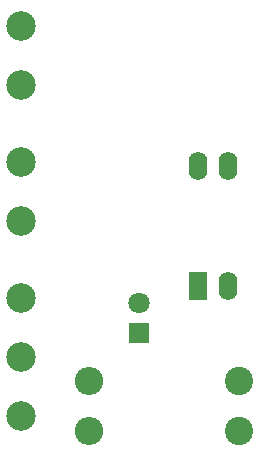
<source format=gbr>
G04 #@! TF.GenerationSoftware,KiCad,Pcbnew,(5.0.1)-3*
G04 #@! TF.CreationDate,2019-02-16T21:55:45-05:00*
G04 #@! TF.ProjectId,Zprobe Adaptor,5A70726F62652041646170746F722E6B,rev?*
G04 #@! TF.SameCoordinates,Original*
G04 #@! TF.FileFunction,Copper,L1,Top,Signal*
G04 #@! TF.FilePolarity,Positive*
%FSLAX46Y46*%
G04 Gerber Fmt 4.6, Leading zero omitted, Abs format (unit mm)*
G04 Created by KiCad (PCBNEW (5.0.1)-3) date 2/16/2019 9:55:45 PM*
%MOMM*%
%LPD*%
G01*
G04 APERTURE LIST*
G04 #@! TA.AperFunction,ComponentPad*
%ADD10C,2.400000*%
G04 #@! TD*
G04 #@! TA.AperFunction,ComponentPad*
%ADD11O,2.400000X2.400000*%
G04 #@! TD*
G04 #@! TA.AperFunction,ComponentPad*
%ADD12C,2.500000*%
G04 #@! TD*
G04 #@! TA.AperFunction,ComponentPad*
%ADD13R,1.600000X2.400000*%
G04 #@! TD*
G04 #@! TA.AperFunction,ComponentPad*
%ADD14O,1.600000X2.400000*%
G04 #@! TD*
G04 #@! TA.AperFunction,ComponentPad*
%ADD15R,1.800000X1.800000*%
G04 #@! TD*
G04 #@! TA.AperFunction,ComponentPad*
%ADD16C,1.800000*%
G04 #@! TD*
G04 APERTURE END LIST*
D10*
G04 #@! TO.P,R1,1*
G04 #@! TO.N,Net-(D1-Pad1)*
X118500000Y-96100000D03*
D11*
G04 #@! TO.P,R1,2*
G04 #@! TO.N,Net-(J3-Pad2)*
X105800000Y-96100000D03*
G04 #@! TD*
D10*
G04 #@! TO.P,R2,1*
G04 #@! TO.N,Net-(R2-Pad1)*
X118500000Y-100300000D03*
D11*
G04 #@! TO.P,R2,2*
G04 #@! TO.N,Net-(J3-Pad2)*
X105800000Y-100300000D03*
G04 #@! TD*
D12*
G04 #@! TO.P,J1,1*
G04 #@! TO.N,Net-(J1-Pad1)*
X100000000Y-66000000D03*
G04 #@! TO.P,J1,2*
G04 #@! TO.N,Net-(J1-Pad2)*
X100000000Y-71000000D03*
G04 #@! TD*
G04 #@! TO.P,J2,2*
G04 #@! TO.N,Earth*
X100000000Y-82500000D03*
G04 #@! TO.P,J2,1*
G04 #@! TO.N,VCC*
X100000000Y-77500000D03*
G04 #@! TD*
G04 #@! TO.P,J3,3*
G04 #@! TO.N,Earth*
X100000000Y-99000000D03*
G04 #@! TO.P,J3,2*
G04 #@! TO.N,Net-(J3-Pad2)*
X100000000Y-94000000D03*
G04 #@! TO.P,J3,1*
G04 #@! TO.N,VCC*
X100000000Y-89000000D03*
G04 #@! TD*
D13*
G04 #@! TO.P,U1,1*
G04 #@! TO.N,VCC*
X115000000Y-88000000D03*
D14*
G04 #@! TO.P,U1,3*
G04 #@! TO.N,Net-(J1-Pad1)*
X117540000Y-77840000D03*
G04 #@! TO.P,U1,2*
G04 #@! TO.N,Net-(R2-Pad1)*
X117540000Y-88000000D03*
G04 #@! TO.P,U1,4*
G04 #@! TO.N,Net-(J1-Pad2)*
X115000000Y-77840000D03*
G04 #@! TD*
D15*
G04 #@! TO.P,D1,1*
G04 #@! TO.N,Net-(D1-Pad1)*
X110000000Y-92000000D03*
D16*
G04 #@! TO.P,D1,2*
G04 #@! TO.N,VCC*
X110000000Y-89460000D03*
G04 #@! TD*
M02*

</source>
